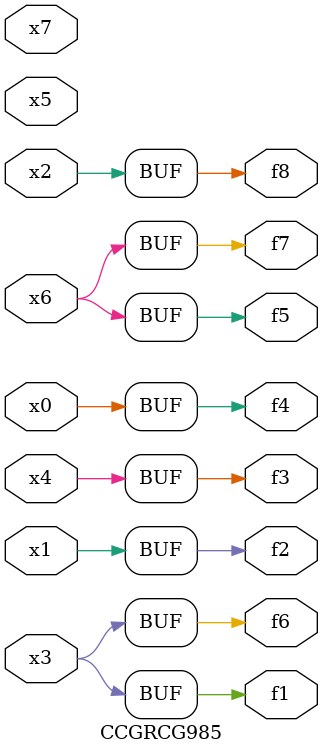
<source format=v>
module CCGRCG985(
	input x0, x1, x2, x3, x4, x5, x6, x7,
	output f1, f2, f3, f4, f5, f6, f7, f8
);
	assign f1 = x3;
	assign f2 = x1;
	assign f3 = x4;
	assign f4 = x0;
	assign f5 = x6;
	assign f6 = x3;
	assign f7 = x6;
	assign f8 = x2;
endmodule

</source>
